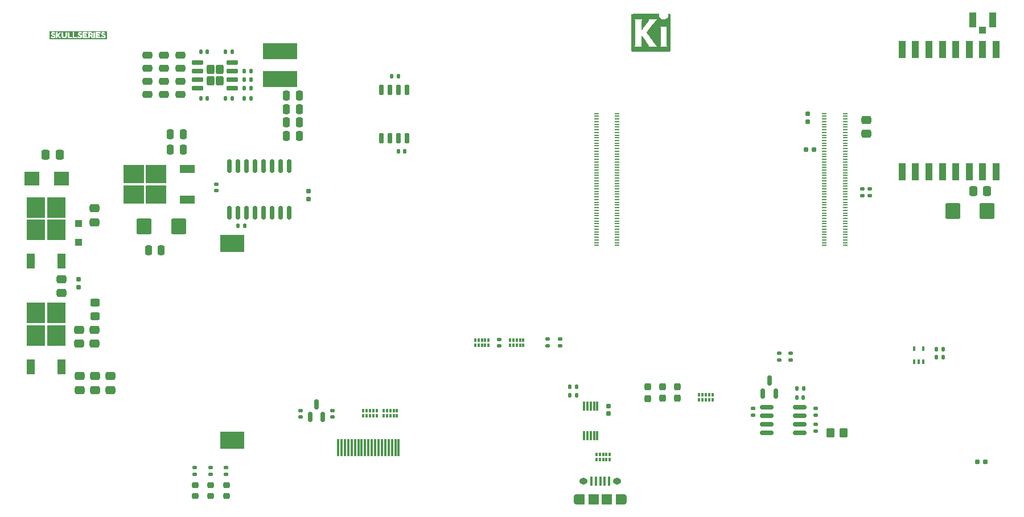
<source format=gtp>
G04 #@! TF.GenerationSoftware,KiCad,Pcbnew,(5.99.0-10527-gaaffd0c137)*
G04 #@! TF.CreationDate,2021-08-05T17:11:32-04:00*
G04 #@! TF.ProjectId,miBlackSVR,6d69426c-6163-46b5-9356-522e6b696361,rev?*
G04 #@! TF.SameCoordinates,Original*
G04 #@! TF.FileFunction,Paste,Top*
G04 #@! TF.FilePolarity,Positive*
%FSLAX46Y46*%
G04 Gerber Fmt 4.6, Leading zero omitted, Abs format (unit mm)*
G04 Created by KiCad (PCBNEW (5.99.0-10527-gaaffd0c137)) date 2021-08-05 17:11:32*
%MOMM*%
%LPD*%
G01*
G04 APERTURE LIST*
G04 Aperture macros list*
%AMRoundRect*
0 Rectangle with rounded corners*
0 $1 Rounding radius*
0 $2 $3 $4 $5 $6 $7 $8 $9 X,Y pos of 4 corners*
0 Add a 4 corners polygon primitive as box body*
4,1,4,$2,$3,$4,$5,$6,$7,$8,$9,$2,$3,0*
0 Add four circle primitives for the rounded corners*
1,1,$1+$1,$2,$3*
1,1,$1+$1,$4,$5*
1,1,$1+$1,$6,$7*
1,1,$1+$1,$8,$9*
0 Add four rect primitives between the rounded corners*
20,1,$1+$1,$2,$3,$4,$5,0*
20,1,$1+$1,$4,$5,$6,$7,0*
20,1,$1+$1,$6,$7,$8,$9,0*
20,1,$1+$1,$8,$9,$2,$3,0*%
G04 Aperture macros list end*
%ADD10C,0.010000*%
%ADD11RoundRect,0.135000X-0.185000X0.135000X-0.185000X-0.135000X0.185000X-0.135000X0.185000X0.135000X0*%
%ADD12RoundRect,0.249600X0.350400X0.450400X-0.350400X0.450400X-0.350400X-0.450400X0.350400X-0.450400X0*%
%ADD13R,0.300000X0.550000*%
%ADD14R,0.400000X0.550000*%
%ADD15RoundRect,0.135000X0.185000X-0.135000X0.185000X0.135000X-0.185000X0.135000X-0.185000X-0.135000X0*%
%ADD16RoundRect,0.150000X0.150000X-0.650000X0.150000X0.650000X-0.150000X0.650000X-0.150000X-0.650000X0*%
%ADD17RoundRect,0.160000X-0.197500X-0.160000X0.197500X-0.160000X0.197500X0.160000X-0.197500X0.160000X0*%
%ADD18RoundRect,0.135000X0.135000X0.185000X-0.135000X0.185000X-0.135000X-0.185000X0.135000X-0.185000X0*%
%ADD19R,2.750000X3.050000*%
%ADD20R,1.200000X2.200000*%
%ADD21RoundRect,0.250000X-0.475000X0.250000X-0.475000X-0.250000X0.475000X-0.250000X0.475000X0.250000X0*%
%ADD22RoundRect,0.150000X0.150000X-0.587500X0.150000X0.587500X-0.150000X0.587500X-0.150000X-0.587500X0*%
%ADD23RoundRect,0.250275X0.474725X-0.337225X0.474725X0.337225X-0.474725X0.337225X-0.474725X-0.337225X0*%
%ADD24RoundRect,0.250000X0.475000X-0.337500X0.475000X0.337500X-0.475000X0.337500X-0.475000X-0.337500X0*%
%ADD25RoundRect,0.140000X0.170000X-0.140000X0.170000X0.140000X-0.170000X0.140000X-0.170000X-0.140000X0*%
%ADD26RoundRect,0.160000X0.160000X-0.197500X0.160000X0.197500X-0.160000X0.197500X-0.160000X-0.197500X0*%
%ADD27RoundRect,0.135000X-0.135000X-0.185000X0.135000X-0.185000X0.135000X0.185000X-0.135000X0.185000X0*%
%ADD28R,1.100000X2.250000*%
%ADD29R,1.050000X1.100000*%
%ADD30R,2.180000X2.120000*%
%ADD31RoundRect,0.250275X-0.474725X0.337225X-0.474725X-0.337225X0.474725X-0.337225X0.474725X0.337225X0*%
%ADD32RoundRect,0.250000X-0.475000X0.337500X-0.475000X-0.337500X0.475000X-0.337500X0.475000X0.337500X0*%
%ADD33RoundRect,0.237500X0.237500X-0.300000X0.237500X0.300000X-0.237500X0.300000X-0.237500X-0.300000X0*%
%ADD34RoundRect,0.140000X0.140000X0.170000X-0.140000X0.170000X-0.140000X-0.170000X0.140000X-0.170000X0*%
%ADD35RoundRect,0.140000X-0.140000X-0.170000X0.140000X-0.170000X0.140000X0.170000X-0.140000X0.170000X0*%
%ADD36R,3.600000X2.600000*%
%ADD37R,3.050000X2.750000*%
%ADD38R,2.200000X1.200000*%
%ADD39RoundRect,0.250000X-0.250000X-0.475000X0.250000X-0.475000X0.250000X0.475000X-0.250000X0.475000X0*%
%ADD40RoundRect,0.250000X0.875000X0.925000X-0.875000X0.925000X-0.875000X-0.925000X0.875000X-0.925000X0*%
%ADD41R,0.300000X1.400000*%
%ADD42RoundRect,0.250000X0.475000X-0.250000X0.475000X0.250000X-0.475000X0.250000X-0.475000X-0.250000X0*%
%ADD43RoundRect,0.250275X0.337225X0.474725X-0.337225X0.474725X-0.337225X-0.474725X0.337225X-0.474725X0*%
%ADD44RoundRect,0.250000X0.337500X0.475000X-0.337500X0.475000X-0.337500X-0.475000X0.337500X-0.475000X0*%
%ADD45RoundRect,0.160000X-0.160000X0.197500X-0.160000X-0.197500X0.160000X-0.197500X0.160000X0.197500X0*%
%ADD46RoundRect,0.250000X-0.875000X-0.925000X0.875000X-0.925000X0.875000X0.925000X-0.875000X0.925000X0*%
%ADD47RoundRect,0.250000X-0.315000X-0.460000X0.315000X-0.460000X0.315000X0.460000X-0.315000X0.460000X0*%
%ADD48RoundRect,0.150000X-0.737500X-0.150000X0.737500X-0.150000X0.737500X0.150000X-0.737500X0.150000X0*%
%ADD49RoundRect,0.150000X0.150000X-0.837500X0.150000X0.837500X-0.150000X0.837500X-0.150000X-0.837500X0*%
%ADD50R,5.100000X2.350000*%
%ADD51R,1.100000X1.100000*%
%ADD52RoundRect,0.250000X0.450000X-0.325000X0.450000X0.325000X-0.450000X0.325000X-0.450000X-0.325000X0*%
%ADD53RoundRect,0.249550X0.450450X-0.325450X0.450450X0.325450X-0.450450X0.325450X-0.450450X-0.325450X0*%
%ADD54RoundRect,0.218750X0.256250X-0.218750X0.256250X0.218750X-0.256250X0.218750X-0.256250X-0.218750X0*%
%ADD55RoundRect,0.150000X-0.825000X-0.150000X0.825000X-0.150000X0.825000X0.150000X-0.825000X0.150000X0*%
%ADD56O,0.890000X1.550000*%
%ADD57O,1.250000X0.950000*%
%ADD58R,0.400000X1.350000*%
%ADD59R,1.500000X1.550000*%
%ADD60R,1.200000X1.550000*%
%ADD61RoundRect,0.250000X0.250000X0.475000X-0.250000X0.475000X-0.250000X-0.475000X0.250000X-0.475000X0*%
%ADD62R,0.300000X2.600000*%
%ADD63RoundRect,0.237500X-0.237500X0.287500X-0.237500X-0.287500X0.237500X-0.287500X0.237500X0.287500X0*%
%ADD64RoundRect,0.155000X0.155000X-0.212500X0.155000X0.212500X-0.155000X0.212500X-0.155000X-0.212500X0*%
%ADD65R,0.700000X0.200000*%
%ADD66R,0.400000X0.650000*%
%ADD67R,1.000000X2.500000*%
G04 APERTURE END LIST*
D10*
X167714345Y-55021293D02*
X167978868Y-55021329D01*
X167978868Y-55021329D02*
X168102000Y-55021334D01*
X168102000Y-55021334D02*
X170072899Y-55021334D01*
X170072899Y-55021334D02*
X170072899Y-55137514D01*
X170072899Y-55137514D02*
X170085299Y-55278895D01*
X170085299Y-55278895D02*
X170122724Y-55409288D01*
X170122724Y-55409288D02*
X170185511Y-55529466D01*
X170185511Y-55529466D02*
X170273994Y-55640206D01*
X170273994Y-55640206D02*
X170303931Y-55670115D01*
X170303931Y-55670115D02*
X170411622Y-55754952D01*
X170411622Y-55754952D02*
X170530363Y-55816825D01*
X170530363Y-55816825D02*
X170656628Y-55855763D01*
X170656628Y-55855763D02*
X170786891Y-55871794D01*
X170786891Y-55871794D02*
X170917623Y-55864946D01*
X170917623Y-55864946D02*
X171045300Y-55835247D01*
X171045300Y-55835247D02*
X171166393Y-55782724D01*
X171166393Y-55782724D02*
X171277376Y-55707407D01*
X171277376Y-55707407D02*
X171327220Y-55661967D01*
X171327220Y-55661967D02*
X171420105Y-55550556D01*
X171420105Y-55550556D02*
X171488215Y-55428039D01*
X171488215Y-55428039D02*
X171530959Y-55295819D01*
X171530959Y-55295819D02*
X171547741Y-55155296D01*
X171547741Y-55155296D02*
X171547964Y-55141471D01*
X171547964Y-55141471D02*
X171548844Y-55021338D01*
X171548844Y-55021338D02*
X171601645Y-55021336D01*
X171601645Y-55021336D02*
X171648484Y-55027693D01*
X171648484Y-55027693D02*
X171691271Y-55043160D01*
X171691271Y-55043160D02*
X171694099Y-55044758D01*
X171694099Y-55044758D02*
X171703763Y-55049772D01*
X171703763Y-55049772D02*
X171712637Y-55053677D01*
X171712637Y-55053677D02*
X171720753Y-55057611D01*
X171720753Y-55057611D02*
X171728145Y-55062710D01*
X171728145Y-55062710D02*
X171734843Y-55070112D01*
X171734843Y-55070112D02*
X171740880Y-55080955D01*
X171740880Y-55080955D02*
X171746287Y-55096376D01*
X171746287Y-55096376D02*
X171751098Y-55117513D01*
X171751098Y-55117513D02*
X171755343Y-55145503D01*
X171755343Y-55145503D02*
X171759056Y-55181483D01*
X171759056Y-55181483D02*
X171762267Y-55226591D01*
X171762267Y-55226591D02*
X171765010Y-55281964D01*
X171765010Y-55281964D02*
X171767316Y-55348741D01*
X171767316Y-55348741D02*
X171769217Y-55428057D01*
X171769217Y-55428057D02*
X171770746Y-55521051D01*
X171770746Y-55521051D02*
X171771934Y-55628861D01*
X171771934Y-55628861D02*
X171772814Y-55752623D01*
X171772814Y-55752623D02*
X171773418Y-55893475D01*
X171773418Y-55893475D02*
X171773777Y-56052554D01*
X171773777Y-56052554D02*
X171773923Y-56230999D01*
X171773923Y-56230999D02*
X171773890Y-56429946D01*
X171773890Y-56429946D02*
X171773708Y-56650533D01*
X171773708Y-56650533D02*
X171773411Y-56893897D01*
X171773411Y-56893897D02*
X171773029Y-57161176D01*
X171773029Y-57161176D02*
X171772596Y-57453507D01*
X171772596Y-57453507D02*
X171772143Y-57772028D01*
X171772143Y-57772028D02*
X171772090Y-57810834D01*
X171772090Y-57810834D02*
X171771684Y-58131386D01*
X171771684Y-58131386D02*
X171771339Y-58425616D01*
X171771339Y-58425616D02*
X171771019Y-58694660D01*
X171771019Y-58694660D02*
X171770688Y-58939656D01*
X171770688Y-58939656D02*
X171770309Y-59161741D01*
X171770309Y-59161741D02*
X171769845Y-59362051D01*
X171769845Y-59362051D02*
X171769260Y-59541723D01*
X171769260Y-59541723D02*
X171768518Y-59701894D01*
X171768518Y-59701894D02*
X171767582Y-59843702D01*
X171767582Y-59843702D02*
X171766415Y-59968283D01*
X171766415Y-59968283D02*
X171764981Y-60076774D01*
X171764981Y-60076774D02*
X171763244Y-60170311D01*
X171763244Y-60170311D02*
X171761166Y-60250033D01*
X171761166Y-60250033D02*
X171758712Y-60317076D01*
X171758712Y-60317076D02*
X171755844Y-60372577D01*
X171755844Y-60372577D02*
X171752527Y-60417672D01*
X171752527Y-60417672D02*
X171748724Y-60453499D01*
X171748724Y-60453499D02*
X171744398Y-60481195D01*
X171744398Y-60481195D02*
X171739513Y-60501897D01*
X171739513Y-60501897D02*
X171734033Y-60516741D01*
X171734033Y-60516741D02*
X171727920Y-60526864D01*
X171727920Y-60526864D02*
X171721138Y-60533404D01*
X171721138Y-60533404D02*
X171713651Y-60537497D01*
X171713651Y-60537497D02*
X171705422Y-60540280D01*
X171705422Y-60540280D02*
X171696415Y-60542891D01*
X171696415Y-60542891D02*
X171686593Y-60546466D01*
X171686593Y-60546466D02*
X171684194Y-60547554D01*
X171684194Y-60547554D02*
X171676653Y-60550000D01*
X171676653Y-60550000D02*
X171664032Y-60552246D01*
X171664032Y-60552246D02*
X171645229Y-60554302D01*
X171645229Y-60554302D02*
X171619141Y-60556176D01*
X171619141Y-60556176D02*
X171584666Y-60557875D01*
X171584666Y-60557875D02*
X171540703Y-60559407D01*
X171540703Y-60559407D02*
X171486149Y-60560781D01*
X171486149Y-60560781D02*
X171419903Y-60562004D01*
X171419903Y-60562004D02*
X171340862Y-60563085D01*
X171340862Y-60563085D02*
X171247925Y-60564031D01*
X171247925Y-60564031D02*
X171139989Y-60564851D01*
X171139989Y-60564851D02*
X171015952Y-60565551D01*
X171015952Y-60565551D02*
X170874712Y-60566142D01*
X170874712Y-60566142D02*
X170715167Y-60566629D01*
X170715167Y-60566629D02*
X170536216Y-60567023D01*
X170536216Y-60567023D02*
X170336756Y-60567329D01*
X170336756Y-60567329D02*
X170115684Y-60567557D01*
X170115684Y-60567557D02*
X169871900Y-60567714D01*
X169871900Y-60567714D02*
X169604301Y-60567809D01*
X169604301Y-60567809D02*
X169311785Y-60567849D01*
X169311785Y-60567849D02*
X168993249Y-60567842D01*
X168993249Y-60567842D02*
X168890067Y-60567832D01*
X168890067Y-60567832D02*
X168564465Y-60567780D01*
X168564465Y-60567780D02*
X168265207Y-60567695D01*
X168265207Y-60567695D02*
X167991179Y-60567567D01*
X167991179Y-60567567D02*
X167741264Y-60567389D01*
X167741264Y-60567389D02*
X167514348Y-60567152D01*
X167514348Y-60567152D02*
X167309315Y-60566846D01*
X167309315Y-60566846D02*
X167125050Y-60566464D01*
X167125050Y-60566464D02*
X166960438Y-60565996D01*
X166960438Y-60565996D02*
X166814363Y-60565434D01*
X166814363Y-60565434D02*
X166685712Y-60564769D01*
X166685712Y-60564769D02*
X166573367Y-60563992D01*
X166573367Y-60563992D02*
X166476214Y-60563095D01*
X166476214Y-60563095D02*
X166393138Y-60562069D01*
X166393138Y-60562069D02*
X166323024Y-60560905D01*
X166323024Y-60560905D02*
X166264756Y-60559595D01*
X166264756Y-60559595D02*
X166217219Y-60558129D01*
X166217219Y-60558129D02*
X166179298Y-60556500D01*
X166179298Y-60556500D02*
X166149878Y-60554697D01*
X166149878Y-60554697D02*
X166127843Y-60552714D01*
X166127843Y-60552714D02*
X166112078Y-60550540D01*
X166112078Y-60550540D02*
X166101468Y-60548167D01*
X166101468Y-60548167D02*
X166095684Y-60545995D01*
X166095684Y-60545995D02*
X166085404Y-60541660D01*
X166085404Y-60541660D02*
X166075966Y-60538463D01*
X166075966Y-60538463D02*
X166067333Y-60535269D01*
X166067333Y-60535269D02*
X166059469Y-60530942D01*
X166059469Y-60530942D02*
X166052340Y-60524348D01*
X166052340Y-60524348D02*
X166045909Y-60514351D01*
X166045909Y-60514351D02*
X166040141Y-60499816D01*
X166040141Y-60499816D02*
X166034999Y-60479607D01*
X166034999Y-60479607D02*
X166030448Y-60452589D01*
X166030448Y-60452589D02*
X166026453Y-60417627D01*
X166026453Y-60417627D02*
X166022977Y-60373585D01*
X166022977Y-60373585D02*
X166019986Y-60319328D01*
X166019986Y-60319328D02*
X166017442Y-60253721D01*
X166017442Y-60253721D02*
X166015311Y-60175628D01*
X166015311Y-60175628D02*
X166013556Y-60083914D01*
X166013556Y-60083914D02*
X166012143Y-59977444D01*
X166012143Y-59977444D02*
X166011773Y-59936577D01*
X166011773Y-59936577D02*
X166378204Y-59936577D01*
X166378204Y-59936577D02*
X167673354Y-59936577D01*
X167673354Y-59936577D02*
X167648433Y-59898821D01*
X167648433Y-59898821D02*
X167623641Y-59860021D01*
X167623641Y-59860021D02*
X167602648Y-59823073D01*
X167602648Y-59823073D02*
X167585153Y-59785392D01*
X167585153Y-59785392D02*
X167570858Y-59744392D01*
X167570858Y-59744392D02*
X167559465Y-59697487D01*
X167559465Y-59697487D02*
X167550675Y-59642091D01*
X167550675Y-59642091D02*
X167544190Y-59575620D01*
X167544190Y-59575620D02*
X167539711Y-59495487D01*
X167539711Y-59495487D02*
X167536938Y-59399106D01*
X167536938Y-59399106D02*
X167535575Y-59283893D01*
X167535575Y-59283893D02*
X167535321Y-59147261D01*
X167535321Y-59147261D02*
X167535879Y-58986624D01*
X167535879Y-58986624D02*
X167536195Y-58926986D01*
X167536195Y-58926986D02*
X167539763Y-58287645D01*
X167539763Y-58287645D02*
X167944790Y-58839053D01*
X167944790Y-58839053D02*
X168059534Y-58995480D01*
X168059534Y-58995480D02*
X168158945Y-59131692D01*
X168158945Y-59131692D02*
X168244098Y-59249494D01*
X168244098Y-59249494D02*
X168316066Y-59350688D01*
X168316066Y-59350688D02*
X168375922Y-59437081D01*
X168375922Y-59437081D02*
X168424740Y-59510478D01*
X168424740Y-59510478D02*
X168463593Y-59572681D01*
X168463593Y-59572681D02*
X168493554Y-59625497D01*
X168493554Y-59625497D02*
X168515697Y-59670729D01*
X168515697Y-59670729D02*
X168531095Y-59710182D01*
X168531095Y-59710182D02*
X168540822Y-59745662D01*
X168540822Y-59745662D02*
X168545951Y-59778972D01*
X168545951Y-59778972D02*
X168547556Y-59811917D01*
X168547556Y-59811917D02*
X168546709Y-59846301D01*
X168546709Y-59846301D02*
X168546493Y-59850623D01*
X168546493Y-59850623D02*
X168542034Y-59936635D01*
X168542034Y-59936635D02*
X169961396Y-59936577D01*
X169961396Y-59936577D02*
X169855823Y-59830126D01*
X169855823Y-59830126D02*
X169827175Y-59801010D01*
X169827175Y-59801010D02*
X169799998Y-59772680D01*
X169799998Y-59772680D02*
X169773099Y-59743572D01*
X169773099Y-59743572D02*
X169745285Y-59712124D01*
X169745285Y-59712124D02*
X169715363Y-59676773D01*
X169715363Y-59676773D02*
X169682142Y-59635958D01*
X169682142Y-59635958D02*
X169644427Y-59588115D01*
X169644427Y-59588115D02*
X169601028Y-59531683D01*
X169601028Y-59531683D02*
X169550750Y-59465098D01*
X169550750Y-59465098D02*
X169492400Y-59386799D01*
X169492400Y-59386799D02*
X169424788Y-59295223D01*
X169424788Y-59295223D02*
X169346719Y-59188808D01*
X169346719Y-59188808D02*
X169257000Y-59065991D01*
X169257000Y-59065991D02*
X169154440Y-58925209D01*
X169154440Y-58925209D02*
X169037846Y-58764901D01*
X169037846Y-58764901D02*
X168942279Y-58633402D01*
X168942279Y-58633402D02*
X168822339Y-58468200D01*
X168822339Y-58468200D02*
X168717708Y-58323756D01*
X168717708Y-58323756D02*
X168627440Y-58198698D01*
X168627440Y-58198698D02*
X168550585Y-58091656D01*
X168550585Y-58091656D02*
X168486197Y-58001258D01*
X168486197Y-58001258D02*
X168433327Y-57926133D01*
X168433327Y-57926133D02*
X168391028Y-57864908D01*
X168391028Y-57864908D02*
X168358352Y-57816214D01*
X168358352Y-57816214D02*
X168334350Y-57778678D01*
X168334350Y-57778678D02*
X168318075Y-57750929D01*
X168318075Y-57750929D02*
X168308580Y-57731596D01*
X168308580Y-57731596D02*
X168304915Y-57719307D01*
X168304915Y-57719307D02*
X168306017Y-57712846D01*
X168306017Y-57712846D02*
X168319364Y-57695652D01*
X168319364Y-57695652D02*
X168348222Y-57659259D01*
X168348222Y-57659259D02*
X168390848Y-57605828D01*
X168390848Y-57605828D02*
X168445503Y-57537523D01*
X168445503Y-57537523D02*
X168510444Y-57456507D01*
X168510444Y-57456507D02*
X168583930Y-57364944D01*
X168583930Y-57364944D02*
X168664220Y-57264996D01*
X168664220Y-57264996D02*
X168749573Y-57158828D01*
X168749573Y-57158828D02*
X168838248Y-57048601D01*
X168838248Y-57048601D02*
X168928502Y-56936480D01*
X168928502Y-56936480D02*
X168978144Y-56874848D01*
X168978144Y-56874848D02*
X170210715Y-56874848D01*
X170210715Y-56874848D02*
X170261942Y-56967523D01*
X170261942Y-56967523D02*
X170313169Y-57060199D01*
X170313169Y-57060199D02*
X170313169Y-59751226D01*
X170313169Y-59751226D02*
X170261942Y-59843902D01*
X170261942Y-59843902D02*
X170210715Y-59936577D01*
X170210715Y-59936577D02*
X170816692Y-59936577D01*
X170816692Y-59936577D02*
X170961354Y-59936535D01*
X170961354Y-59936535D02*
X171080844Y-59936345D01*
X171080844Y-59936345D02*
X171177446Y-59935912D01*
X171177446Y-59935912D02*
X171253446Y-59935140D01*
X171253446Y-59935140D02*
X171311131Y-59933934D01*
X171311131Y-59933934D02*
X171352787Y-59932198D01*
X171352787Y-59932198D02*
X171380699Y-59929836D01*
X171380699Y-59929836D02*
X171397153Y-59926754D01*
X171397153Y-59926754D02*
X171404436Y-59922855D01*
X171404436Y-59922855D02*
X171404833Y-59918044D01*
X171404833Y-59918044D02*
X171400630Y-59912226D01*
X171400630Y-59912226D02*
X171400587Y-59912178D01*
X171400587Y-59912178D02*
X171383275Y-59887136D01*
X171383275Y-59887136D02*
X171360352Y-59846419D01*
X171360352Y-59846419D02*
X171340107Y-59805772D01*
X171340107Y-59805772D02*
X171301709Y-59723766D01*
X171301709Y-59723766D02*
X171293877Y-56874848D01*
X171293877Y-56874848D02*
X170210715Y-56874848D01*
X170210715Y-56874848D02*
X168978144Y-56874848D01*
X168978144Y-56874848D02*
X169018595Y-56824628D01*
X169018595Y-56824628D02*
X169106786Y-56715208D01*
X169106786Y-56715208D02*
X169191334Y-56610382D01*
X169191334Y-56610382D02*
X169270496Y-56512315D01*
X169270496Y-56512315D02*
X169342532Y-56423170D01*
X169342532Y-56423170D02*
X169405701Y-56345109D01*
X169405701Y-56345109D02*
X169458261Y-56280296D01*
X169458261Y-56280296D02*
X169498471Y-56230894D01*
X169498471Y-56230894D02*
X169522088Y-56202091D01*
X169522088Y-56202091D02*
X169613798Y-56094382D01*
X169613798Y-56094382D02*
X169702028Y-55997184D01*
X169702028Y-55997184D02*
X169783685Y-55913680D01*
X169783685Y-55913680D02*
X169855678Y-55847052D01*
X169855678Y-55847052D02*
X169906769Y-55806203D01*
X169906769Y-55806203D02*
X169967181Y-55762739D01*
X169967181Y-55762739D02*
X168577790Y-55762739D01*
X168577790Y-55762739D02*
X168578180Y-55844270D01*
X168578180Y-55844270D02*
X168574297Y-55904210D01*
X168574297Y-55904210D02*
X168559698Y-55959781D01*
X168559698Y-55959781D02*
X168537100Y-56012459D01*
X168537100Y-56012459D02*
X168522410Y-56042219D01*
X168522410Y-56042219D02*
X168506616Y-56071707D01*
X168506616Y-56071707D02*
X168488274Y-56102880D01*
X168488274Y-56102880D02*
X168465943Y-56137697D01*
X168465943Y-56137697D02*
X168438179Y-56178114D01*
X168438179Y-56178114D02*
X168403539Y-56226090D01*
X168403539Y-56226090D02*
X168360581Y-56283582D01*
X168360581Y-56283582D02*
X168307861Y-56352547D01*
X168307861Y-56352547D02*
X168243937Y-56434943D01*
X168243937Y-56434943D02*
X168167367Y-56532728D01*
X168167367Y-56532728D02*
X168076707Y-56647859D01*
X168076707Y-56647859D02*
X167970514Y-56782294D01*
X167970514Y-56782294D02*
X167958520Y-56797463D01*
X167958520Y-56797463D02*
X167539763Y-57327016D01*
X167539763Y-57327016D02*
X167535710Y-56740526D01*
X167535710Y-56740526D02*
X167534893Y-56564855D01*
X167534893Y-56564855D02*
X167535067Y-56416136D01*
X167535067Y-56416136D02*
X167536239Y-56293879D01*
X167536239Y-56293879D02*
X167538419Y-56197593D01*
X167538419Y-56197593D02*
X167541614Y-56126787D01*
X167541614Y-56126787D02*
X167545832Y-56080973D01*
X167545832Y-56080973D02*
X167547250Y-56072283D01*
X167547250Y-56072283D02*
X167569497Y-55980739D01*
X167569497Y-55980739D02*
X167598645Y-55898212D01*
X167598645Y-55898212D02*
X167631906Y-55831857D01*
X167631906Y-55831857D02*
X167651888Y-55803714D01*
X167651888Y-55803714D02*
X167686366Y-55762739D01*
X167686366Y-55762739D02*
X167032174Y-55762739D01*
X167032174Y-55762739D02*
X166876119Y-55762873D01*
X166876119Y-55762873D02*
X166745621Y-55763307D01*
X166745621Y-55763307D02*
X166638778Y-55764093D01*
X166638778Y-55764093D02*
X166553690Y-55765280D01*
X166553690Y-55765280D02*
X166488453Y-55766921D01*
X166488453Y-55766921D02*
X166441167Y-55769065D01*
X166441167Y-55769065D02*
X166409931Y-55771763D01*
X166409931Y-55771763D02*
X166392842Y-55775066D01*
X166392842Y-55775066D02*
X166388000Y-55779025D01*
X166388000Y-55779025D02*
X166388335Y-55779902D01*
X166388335Y-55779902D02*
X166402203Y-55800835D01*
X166402203Y-55800835D02*
X166425356Y-55834016D01*
X166425356Y-55834016D02*
X166437334Y-55850797D01*
X166437334Y-55850797D02*
X166449719Y-55867544D01*
X166449719Y-55867544D02*
X166460851Y-55882519D01*
X166460851Y-55882519D02*
X166470800Y-55897198D01*
X166470800Y-55897198D02*
X166479637Y-55913053D01*
X166479637Y-55913053D02*
X166487431Y-55931559D01*
X166487431Y-55931559D02*
X166494253Y-55954189D01*
X166494253Y-55954189D02*
X166500172Y-55982417D01*
X166500172Y-55982417D02*
X166505259Y-56017717D01*
X166505259Y-56017717D02*
X166509584Y-56061562D01*
X166509584Y-56061562D02*
X166513217Y-56115426D01*
X166513217Y-56115426D02*
X166516228Y-56180784D01*
X166516228Y-56180784D02*
X166518687Y-56259108D01*
X166518687Y-56259108D02*
X166520665Y-56351872D01*
X166520665Y-56351872D02*
X166522230Y-56460551D01*
X166522230Y-56460551D02*
X166523454Y-56586617D01*
X166523454Y-56586617D02*
X166524407Y-56731546D01*
X166524407Y-56731546D02*
X166525158Y-56896810D01*
X166525158Y-56896810D02*
X166525777Y-57083883D01*
X166525777Y-57083883D02*
X166526336Y-57294239D01*
X166526336Y-57294239D02*
X166526903Y-57529352D01*
X166526903Y-57529352D02*
X166527433Y-57745345D01*
X166527433Y-57745345D02*
X166527933Y-57986139D01*
X166527933Y-57986139D02*
X166528193Y-58215878D01*
X166528193Y-58215878D02*
X166528220Y-58433097D01*
X166528220Y-58433097D02*
X166528021Y-58636326D01*
X166528021Y-58636326D02*
X166527602Y-58824100D01*
X166527602Y-58824100D02*
X166526970Y-58994949D01*
X166526970Y-58994949D02*
X166526132Y-59147407D01*
X166526132Y-59147407D02*
X166525096Y-59280007D01*
X166525096Y-59280007D02*
X166523868Y-59391280D01*
X166523868Y-59391280D02*
X166522455Y-59479760D01*
X166522455Y-59479760D02*
X166520863Y-59543979D01*
X166520863Y-59543979D02*
X166519101Y-59582469D01*
X166519101Y-59582469D02*
X166518767Y-59586537D01*
X166518767Y-59586537D02*
X166506622Y-59679852D01*
X166506622Y-59679852D02*
X166487661Y-59754794D01*
X166487661Y-59754794D02*
X166458786Y-59820198D01*
X166458786Y-59820198D02*
X166416898Y-59884897D01*
X166416898Y-59884897D02*
X166411659Y-59891956D01*
X166411659Y-59891956D02*
X166378204Y-59936577D01*
X166378204Y-59936577D02*
X166011773Y-59936577D01*
X166011773Y-59936577D02*
X166011034Y-59855083D01*
X166011034Y-59855083D02*
X166010195Y-59715694D01*
X166010195Y-59715694D02*
X166009590Y-59558143D01*
X166009590Y-59558143D02*
X166009183Y-59381295D01*
X166009183Y-59381295D02*
X166008938Y-59184014D01*
X166008938Y-59184014D02*
X166008821Y-58965164D01*
X166008821Y-58965164D02*
X166008793Y-58723611D01*
X166008793Y-58723611D02*
X166008821Y-58458219D01*
X166008821Y-58458219D02*
X166008868Y-58167853D01*
X166008868Y-58167853D02*
X166008898Y-57851377D01*
X166008898Y-57851377D02*
X166008899Y-57788550D01*
X166008899Y-57788550D02*
X166008916Y-57468741D01*
X166008916Y-57468741D02*
X166008976Y-57175265D01*
X166008976Y-57175265D02*
X166009086Y-56906994D01*
X166009086Y-56906994D02*
X166009255Y-56662802D01*
X166009255Y-56662802D02*
X166009491Y-56441561D01*
X166009491Y-56441561D02*
X166009804Y-56242144D01*
X166009804Y-56242144D02*
X166010203Y-56063424D01*
X166010203Y-56063424D02*
X166010695Y-55904275D01*
X166010695Y-55904275D02*
X166011291Y-55763570D01*
X166011291Y-55763570D02*
X166011998Y-55640180D01*
X166011998Y-55640180D02*
X166012825Y-55532980D01*
X166012825Y-55532980D02*
X166013781Y-55440842D01*
X166013781Y-55440842D02*
X166014875Y-55362639D01*
X166014875Y-55362639D02*
X166016115Y-55297245D01*
X166016115Y-55297245D02*
X166017510Y-55243532D01*
X166017510Y-55243532D02*
X166019070Y-55200373D01*
X166019070Y-55200373D02*
X166020802Y-55166641D01*
X166020802Y-55166641D02*
X166022716Y-55141209D01*
X166022716Y-55141209D02*
X166024820Y-55122951D01*
X166024820Y-55122951D02*
X166027122Y-55110738D01*
X166027122Y-55110738D02*
X166029633Y-55103445D01*
X166029633Y-55103445D02*
X166029725Y-55103263D01*
X166029725Y-55103263D02*
X166034896Y-55092122D01*
X166034896Y-55092122D02*
X166039203Y-55082035D01*
X166039203Y-55082035D02*
X166043967Y-55072950D01*
X166043967Y-55072950D02*
X166050510Y-55064816D01*
X166050510Y-55064816D02*
X166060153Y-55057580D01*
X166060153Y-55057580D02*
X166074217Y-55051190D01*
X166074217Y-55051190D02*
X166094025Y-55045593D01*
X166094025Y-55045593D02*
X166120897Y-55040737D01*
X166120897Y-55040737D02*
X166156155Y-55036570D01*
X166156155Y-55036570D02*
X166201120Y-55033040D01*
X166201120Y-55033040D02*
X166257114Y-55030095D01*
X166257114Y-55030095D02*
X166325459Y-55027681D01*
X166325459Y-55027681D02*
X166407474Y-55025748D01*
X166407474Y-55025748D02*
X166504483Y-55024242D01*
X166504483Y-55024242D02*
X166617806Y-55023112D01*
X166617806Y-55023112D02*
X166748765Y-55022306D01*
X166748765Y-55022306D02*
X166898681Y-55021770D01*
X166898681Y-55021770D02*
X167068875Y-55021453D01*
X167068875Y-55021453D02*
X167260670Y-55021303D01*
X167260670Y-55021303D02*
X167475386Y-55021267D01*
X167475386Y-55021267D02*
X167714345Y-55021293D01*
X167714345Y-55021293D02*
X167714345Y-55021293D01*
G36*
X166010195Y-59715694D02*
G01*
X166009590Y-59558143D01*
X166009183Y-59381295D01*
X166008938Y-59184014D01*
X166008821Y-58965164D01*
X166008793Y-58723611D01*
X166008821Y-58458219D01*
X166008868Y-58167853D01*
X166008898Y-57851377D01*
X166008899Y-57788550D01*
X166008916Y-57468741D01*
X166008976Y-57175265D01*
X166009086Y-56906994D01*
X166009255Y-56662802D01*
X166009491Y-56441561D01*
X166009804Y-56242144D01*
X166010203Y-56063424D01*
X166010695Y-55904275D01*
X166011291Y-55763570D01*
X166011998Y-55640180D01*
X166012825Y-55532980D01*
X166013781Y-55440842D01*
X166014875Y-55362639D01*
X166016115Y-55297245D01*
X166017510Y-55243532D01*
X166019070Y-55200373D01*
X166020802Y-55166641D01*
X166022716Y-55141209D01*
X166024820Y-55122951D01*
X166027122Y-55110738D01*
X166029633Y-55103445D01*
X166029725Y-55103263D01*
X166034896Y-55092122D01*
X166039203Y-55082035D01*
X166043967Y-55072950D01*
X166050510Y-55064816D01*
X166060153Y-55057580D01*
X166074217Y-55051190D01*
X166094025Y-55045593D01*
X166120897Y-55040737D01*
X166156155Y-55036570D01*
X166201120Y-55033040D01*
X166257114Y-55030095D01*
X166325459Y-55027681D01*
X166407474Y-55025748D01*
X166504483Y-55024242D01*
X166617806Y-55023112D01*
X166748765Y-55022306D01*
X166898681Y-55021770D01*
X167068875Y-55021453D01*
X167260670Y-55021303D01*
X167475386Y-55021267D01*
X167714345Y-55021293D01*
X167978868Y-55021329D01*
X168102000Y-55021334D01*
X170072899Y-55021334D01*
X170072899Y-55137514D01*
X170085299Y-55278895D01*
X170122724Y-55409288D01*
X170185511Y-55529466D01*
X170273994Y-55640206D01*
X170303931Y-55670115D01*
X170411622Y-55754952D01*
X170530363Y-55816825D01*
X170656628Y-55855763D01*
X170786891Y-55871794D01*
X170917623Y-55864946D01*
X171045300Y-55835247D01*
X171166393Y-55782724D01*
X171277376Y-55707407D01*
X171327220Y-55661967D01*
X171420105Y-55550556D01*
X171488215Y-55428039D01*
X171530959Y-55295819D01*
X171547741Y-55155296D01*
X171547964Y-55141471D01*
X171548844Y-55021338D01*
X171601645Y-55021336D01*
X171648484Y-55027693D01*
X171691271Y-55043160D01*
X171694099Y-55044758D01*
X171703763Y-55049772D01*
X171712637Y-55053677D01*
X171720753Y-55057611D01*
X171728145Y-55062710D01*
X171734843Y-55070112D01*
X171740880Y-55080955D01*
X171746287Y-55096376D01*
X171751098Y-55117513D01*
X171755343Y-55145503D01*
X171759056Y-55181483D01*
X171762267Y-55226591D01*
X171765010Y-55281964D01*
X171767316Y-55348741D01*
X171769217Y-55428057D01*
X171770746Y-55521051D01*
X171771934Y-55628861D01*
X171772814Y-55752623D01*
X171773418Y-55893475D01*
X171773777Y-56052554D01*
X171773923Y-56230999D01*
X171773890Y-56429946D01*
X171773708Y-56650533D01*
X171773411Y-56893897D01*
X171773029Y-57161176D01*
X171772596Y-57453507D01*
X171772143Y-57772028D01*
X171772090Y-57810834D01*
X171771684Y-58131386D01*
X171771339Y-58425616D01*
X171771019Y-58694660D01*
X171770688Y-58939656D01*
X171770309Y-59161741D01*
X171769845Y-59362051D01*
X171769260Y-59541723D01*
X171768518Y-59701894D01*
X171767582Y-59843702D01*
X171766415Y-59968283D01*
X171764981Y-60076774D01*
X171763244Y-60170311D01*
X171761166Y-60250033D01*
X171758712Y-60317076D01*
X171755844Y-60372577D01*
X171752527Y-60417672D01*
X171748724Y-60453499D01*
X171744398Y-60481195D01*
X171739513Y-60501897D01*
X171734033Y-60516741D01*
X171727920Y-60526864D01*
X171721138Y-60533404D01*
X171713651Y-60537497D01*
X171705422Y-60540280D01*
X171696415Y-60542891D01*
X171686593Y-60546466D01*
X171684194Y-60547554D01*
X171676653Y-60550000D01*
X171664032Y-60552246D01*
X171645229Y-60554302D01*
X171619141Y-60556176D01*
X171584666Y-60557875D01*
X171540703Y-60559407D01*
X171486149Y-60560781D01*
X171419903Y-60562004D01*
X171340862Y-60563085D01*
X171247925Y-60564031D01*
X171139989Y-60564851D01*
X171015952Y-60565551D01*
X170874712Y-60566142D01*
X170715167Y-60566629D01*
X170536216Y-60567023D01*
X170336756Y-60567329D01*
X170115684Y-60567557D01*
X169871900Y-60567714D01*
X169604301Y-60567809D01*
X169311785Y-60567849D01*
X168993249Y-60567842D01*
X168890067Y-60567832D01*
X168564465Y-60567780D01*
X168265207Y-60567695D01*
X167991179Y-60567567D01*
X167741264Y-60567389D01*
X167514348Y-60567152D01*
X167309315Y-60566846D01*
X167125050Y-60566464D01*
X166960438Y-60565996D01*
X166814363Y-60565434D01*
X166685712Y-60564769D01*
X166573367Y-60563992D01*
X166476214Y-60563095D01*
X166393138Y-60562069D01*
X166323024Y-60560905D01*
X166264756Y-60559595D01*
X166217219Y-60558129D01*
X166179298Y-60556500D01*
X166149878Y-60554697D01*
X166127843Y-60552714D01*
X166112078Y-60550540D01*
X166101468Y-60548167D01*
X166095684Y-60545995D01*
X166085404Y-60541660D01*
X166075966Y-60538463D01*
X166067333Y-60535269D01*
X166059469Y-60530942D01*
X166052340Y-60524348D01*
X166045909Y-60514351D01*
X166040141Y-60499816D01*
X166034999Y-60479607D01*
X166030448Y-60452589D01*
X166026453Y-60417627D01*
X166022977Y-60373585D01*
X166019986Y-60319328D01*
X166017442Y-60253721D01*
X166015311Y-60175628D01*
X166013556Y-60083914D01*
X166012143Y-59977444D01*
X166011773Y-59936577D01*
X166378204Y-59936577D01*
X167673354Y-59936577D01*
X167648433Y-59898821D01*
X167623641Y-59860021D01*
X167602648Y-59823073D01*
X167585153Y-59785392D01*
X167570858Y-59744392D01*
X167559465Y-59697487D01*
X167550675Y-59642091D01*
X167544190Y-59575620D01*
X167539711Y-59495487D01*
X167536938Y-59399106D01*
X167535575Y-59283893D01*
X167535321Y-59147261D01*
X167535879Y-58986624D01*
X167536195Y-58926986D01*
X167539763Y-58287645D01*
X167944790Y-58839053D01*
X168059534Y-58995480D01*
X168158945Y-59131692D01*
X168244098Y-59249494D01*
X168316066Y-59350688D01*
X168375922Y-59437081D01*
X168424740Y-59510478D01*
X168463593Y-59572681D01*
X168493554Y-59625497D01*
X168515697Y-59670729D01*
X168531095Y-59710182D01*
X168540822Y-59745662D01*
X168545951Y-59778972D01*
X168547556Y-59811917D01*
X168546709Y-59846301D01*
X168546493Y-59850623D01*
X168542034Y-59936635D01*
X169961396Y-59936577D01*
X170210715Y-59936577D01*
X170816692Y-59936577D01*
X170961354Y-59936535D01*
X171080844Y-59936345D01*
X171177446Y-59935912D01*
X171253446Y-59935140D01*
X171311131Y-59933934D01*
X171352787Y-59932198D01*
X171380699Y-59929836D01*
X171397153Y-59926754D01*
X171404436Y-59922855D01*
X171404833Y-59918044D01*
X171400630Y-59912226D01*
X171400587Y-59912178D01*
X171383275Y-59887136D01*
X171360352Y-59846419D01*
X171340107Y-59805772D01*
X171301709Y-59723766D01*
X171293877Y-56874848D01*
X170210715Y-56874848D01*
X170261942Y-56967523D01*
X170313169Y-57060199D01*
X170313169Y-59751226D01*
X170261942Y-59843902D01*
X170210715Y-59936577D01*
X169961396Y-59936577D01*
X169855823Y-59830126D01*
X169827175Y-59801010D01*
X169799998Y-59772680D01*
X169773099Y-59743572D01*
X169745285Y-59712124D01*
X169715363Y-59676773D01*
X169682142Y-59635958D01*
X169644427Y-59588115D01*
X169601028Y-59531683D01*
X169550750Y-59465098D01*
X169492400Y-59386799D01*
X169424788Y-59295223D01*
X169346719Y-59188808D01*
X169257000Y-59065991D01*
X169154440Y-58925209D01*
X169037846Y-58764901D01*
X168942279Y-58633402D01*
X168822339Y-58468200D01*
X168717708Y-58323756D01*
X168627440Y-58198698D01*
X168550585Y-58091656D01*
X168486197Y-58001258D01*
X168433327Y-57926133D01*
X168391028Y-57864908D01*
X168358352Y-57816214D01*
X168334350Y-57778678D01*
X168318075Y-57750929D01*
X168308580Y-57731596D01*
X168304915Y-57719307D01*
X168306017Y-57712846D01*
X168319364Y-57695652D01*
X168348222Y-57659259D01*
X168390848Y-57605828D01*
X168445503Y-57537523D01*
X168510444Y-57456507D01*
X168583930Y-57364944D01*
X168664220Y-57264996D01*
X168749573Y-57158828D01*
X168838248Y-57048601D01*
X168928502Y-56936480D01*
X168978144Y-56874848D01*
X169018595Y-56824628D01*
X169106786Y-56715208D01*
X169191334Y-56610382D01*
X169270496Y-56512315D01*
X169342532Y-56423170D01*
X169405701Y-56345109D01*
X169458261Y-56280296D01*
X169498471Y-56230894D01*
X169522088Y-56202091D01*
X169613798Y-56094382D01*
X169702028Y-55997184D01*
X169783685Y-55913680D01*
X169855678Y-55847052D01*
X169906769Y-55806203D01*
X169967181Y-55762739D01*
X168577790Y-55762739D01*
X168578180Y-55844270D01*
X168574297Y-55904210D01*
X168559698Y-55959781D01*
X168537100Y-56012459D01*
X168522410Y-56042219D01*
X168506616Y-56071707D01*
X168488274Y-56102880D01*
X168465943Y-56137697D01*
X168438179Y-56178114D01*
X168403539Y-56226090D01*
X168360581Y-56283582D01*
X168307861Y-56352547D01*
X168243937Y-56434943D01*
X168167367Y-56532728D01*
X168076707Y-56647859D01*
X167970514Y-56782294D01*
X167958520Y-56797463D01*
X167539763Y-57327016D01*
X167535710Y-56740526D01*
X167534893Y-56564855D01*
X167535067Y-56416136D01*
X167536239Y-56293879D01*
X167538419Y-56197593D01*
X167541614Y-56126787D01*
X167545832Y-56080973D01*
X167547250Y-56072283D01*
X167569497Y-55980739D01*
X167598645Y-55898212D01*
X167631906Y-55831857D01*
X167651888Y-55803714D01*
X167686366Y-55762739D01*
X167032174Y-55762739D01*
X166876119Y-55762873D01*
X166745621Y-55763307D01*
X166638778Y-55764093D01*
X166553690Y-55765280D01*
X166488453Y-55766921D01*
X166441167Y-55769065D01*
X166409931Y-55771763D01*
X166392842Y-55775066D01*
X166388000Y-55779025D01*
X166388335Y-55779902D01*
X166402203Y-55800835D01*
X166425356Y-55834016D01*
X166437334Y-55850797D01*
X166449719Y-55867544D01*
X166460851Y-55882519D01*
X166470800Y-55897198D01*
X166479637Y-55913053D01*
X166487431Y-55931559D01*
X166494253Y-55954189D01*
X166500172Y-55982417D01*
X166505259Y-56017717D01*
X166509584Y-56061562D01*
X166513217Y-56115426D01*
X166516228Y-56180784D01*
X166518687Y-56259108D01*
X166520665Y-56351872D01*
X166522230Y-56460551D01*
X166523454Y-56586617D01*
X166524407Y-56731546D01*
X166525158Y-56896810D01*
X166525777Y-57083883D01*
X166526336Y-57294239D01*
X166526903Y-57529352D01*
X166527433Y-57745345D01*
X166527933Y-57986139D01*
X166528193Y-58215878D01*
X166528220Y-58433097D01*
X166528021Y-58636326D01*
X166527602Y-58824100D01*
X166526970Y-58994949D01*
X166526132Y-59147407D01*
X166525096Y-59280007D01*
X166523868Y-59391280D01*
X166522455Y-59479760D01*
X166520863Y-59543979D01*
X166519101Y-59582469D01*
X166518767Y-59586537D01*
X166506622Y-59679852D01*
X166487661Y-59754794D01*
X166458786Y-59820198D01*
X166416898Y-59884897D01*
X166411659Y-59891956D01*
X166378204Y-59936577D01*
X166011773Y-59936577D01*
X166011034Y-59855083D01*
X166010195Y-59715694D01*
G37*
X166010195Y-59715694D02*
X166009590Y-59558143D01*
X166009183Y-59381295D01*
X166008938Y-59184014D01*
X166008821Y-58965164D01*
X166008793Y-58723611D01*
X166008821Y-58458219D01*
X166008868Y-58167853D01*
X166008898Y-57851377D01*
X166008899Y-57788550D01*
X166008916Y-57468741D01*
X166008976Y-57175265D01*
X166009086Y-56906994D01*
X166009255Y-56662802D01*
X166009491Y-56441561D01*
X166009804Y-56242144D01*
X166010203Y-56063424D01*
X166010695Y-55904275D01*
X166011291Y-55763570D01*
X166011998Y-55640180D01*
X166012825Y-55532980D01*
X166013781Y-55440842D01*
X166014875Y-55362639D01*
X166016115Y-55297245D01*
X166017510Y-55243532D01*
X166019070Y-55200373D01*
X166020802Y-55166641D01*
X166022716Y-55141209D01*
X166024820Y-55122951D01*
X166027122Y-55110738D01*
X166029633Y-55103445D01*
X166029725Y-55103263D01*
X166034896Y-55092122D01*
X166039203Y-55082035D01*
X166043967Y-55072950D01*
X166050510Y-55064816D01*
X166060153Y-55057580D01*
X166074217Y-55051190D01*
X166094025Y-55045593D01*
X166120897Y-55040737D01*
X166156155Y-55036570D01*
X166201120Y-55033040D01*
X166257114Y-55030095D01*
X166325459Y-55027681D01*
X166407474Y-55025748D01*
X166504483Y-55024242D01*
X166617806Y-55023112D01*
X166748765Y-55022306D01*
X166898681Y-55021770D01*
X167068875Y-55021453D01*
X167260670Y-55021303D01*
X167475386Y-55021267D01*
X167714345Y-55021293D01*
X167978868Y-55021329D01*
X168102000Y-55021334D01*
X170072899Y-55021334D01*
X170072899Y-55137514D01*
X170085299Y-55278895D01*
X170122724Y-55409288D01*
X170185511Y-55529466D01*
X170273994Y-55640206D01*
X170303931Y-55670115D01*
X170411622Y-55754952D01*
X170530363Y-55816825D01*
X170656628Y-55855763D01*
X170786891Y-55871794D01*
X170917623Y-55864946D01*
X171045300Y-55835247D01*
X171166393Y-55782724D01*
X171277376Y-55707407D01*
X171327220Y-55661967D01*
X171420105Y-55550556D01*
X171488215Y-55428039D01*
X171530959Y-55295819D01*
X171547741Y-55155296D01*
X171547964Y-55141471D01*
X171548844Y-55021338D01*
X171601645Y-55021336D01*
X171648484Y-55027693D01*
X171691271Y-55043160D01*
X171694099Y-55044758D01*
X171703763Y-55049772D01*
X171712637Y-55053677D01*
X171720753Y-55057611D01*
X171728145Y-55062710D01*
X171734843Y-55070112D01*
X171740880Y-55080955D01*
X171746287Y-55096376D01*
X171751098Y-55117513D01*
X171755343Y-55145503D01*
X171759056Y-55181483D01*
X171762267Y-55226591D01*
X171765010Y-55281964D01*
X171767316Y-55348741D01*
X171769217Y-55428057D01*
X171770746Y-55521051D01*
X171771934Y-55628861D01*
X171772814Y-55752623D01*
X171773418Y-55893475D01*
X171773777Y-56052554D01*
X171773923Y-56230999D01*
X171773890Y-56429946D01*
X171773708Y-56650533D01*
X171773411Y-56893897D01*
X171773029Y-57161176D01*
X171772596Y-57453507D01*
X171772143Y-57772028D01*
X171772090Y-57810834D01*
X171771684Y-58131386D01*
X171771339Y-58425616D01*
X171771019Y-58694660D01*
X171770688Y-58939656D01*
X171770309Y-59161741D01*
X171769845Y-59362051D01*
X171769260Y-59541723D01*
X171768518Y-59701894D01*
X171767582Y-59843702D01*
X171766415Y-59968283D01*
X171764981Y-60076774D01*
X171763244Y-60170311D01*
X171761166Y-60250033D01*
X171758712Y-60317076D01*
X171755844Y-60372577D01*
X171752527Y-60417672D01*
X171748724Y-60453499D01*
X171744398Y-60481195D01*
X171739513Y-60501897D01*
X171734033Y-60516741D01*
X171727920Y-60526864D01*
X171721138Y-60533404D01*
X171713651Y-60537497D01*
X171705422Y-60540280D01*
X171696415Y-60542891D01*
X171686593Y-60546466D01*
X171684194Y-60547554D01*
X171676653Y-60550000D01*
X171664032Y-60552246D01*
X171645229Y-60554302D01*
X171619141Y-60556176D01*
X171584666Y-60557875D01*
X171540703Y-60559407D01*
X171486149Y-60560781D01*
X171419903Y-60562004D01*
X171340862Y-60563085D01*
X171247925Y-60564031D01*
X171139989Y-60564851D01*
X171015952Y-60565551D01*
X170874712Y-60566142D01*
X170715167Y-60566629D01*
X170536216Y-60567023D01*
X170336756Y-60567329D01*
X170115684Y-60567557D01*
X169871900Y-60567714D01*
X169604301Y-60567809D01*
X169311785Y-60567849D01*
X168993249Y-60567842D01*
X168890067Y-60567832D01*
X168564465Y-60567780D01*
X168265207Y-60567695D01*
X167991179Y-60567567D01*
X167741264Y-60567389D01*
X167514348Y-60567152D01*
X167309315Y-60566846D01*
X167125050Y-60566464D01*
X166960438Y-60565996D01*
X166814363Y-60565434D01*
X166685712Y-60564769D01*
X166573367Y-60563992D01*
X166476214Y-60563095D01*
X166393138Y-60562069D01*
X166323024Y-60560905D01*
X166264756Y-60559595D01*
X166217219Y-60558129D01*
X166179298Y-60556500D01*
X166149878Y-60554697D01*
X166127843Y-60552714D01*
X166112078Y-60550540D01*
X166101468Y-60548167D01*
X166095684Y-60545995D01*
X166085404Y-60541660D01*
X166075966Y-60538463D01*
X166067333Y-60535269D01*
X166059469Y-60530942D01*
X166052340Y-60524348D01*
X166045909Y-60514351D01*
X166040141Y-60499816D01*
X166034999Y-60479607D01*
X166030448Y-60452589D01*
X166026453Y-60417627D01*
X166022977Y-60373585D01*
X166019986Y-60319328D01*
X166017442Y-60253721D01*
X166015311Y-60175628D01*
X166013556Y-60083914D01*
X166012143Y-59977444D01*
X166011773Y-59936577D01*
X166378204Y-59936577D01*
X167673354Y-59936577D01*
X167648433Y-59898821D01*
X167623641Y-59860021D01*
X167602648Y-59823073D01*
X167585153Y-59785392D01*
X167570858Y-59744392D01*
X167559465Y-59697487D01*
X167550675Y-59642091D01*
X167544190Y-59575620D01*
X167539711Y-59495487D01*
X167536938Y-59399106D01*
X167535575Y-59283893D01*
X167535321Y-59147261D01*
X167535879Y-58986624D01*
X167536195Y-58926986D01*
X167539763Y-58287645D01*
X167944790Y-58839053D01*
X168059534Y-58995480D01*
X168158945Y-59131692D01*
X168244098Y-59249494D01*
X168316066Y-59350688D01*
X168375922Y-59437081D01*
X168424740Y-59510478D01*
X168463593Y-59572681D01*
X168493554Y-59625497D01*
X168515697Y-59670729D01*
X168531095Y-59710182D01*
X168540822Y-59745662D01*
X168545951Y-59778972D01*
X168547556Y-59811917D01*
X168546709Y-59846301D01*
X168546493Y-59850623D01*
X168542034Y-59936635D01*
X169961396Y-59936577D01*
X170210715Y-59936577D01*
X170816692Y-59936577D01*
X170961354Y-59936535D01*
X171080844Y-59936345D01*
X171177446Y-59935912D01*
X171253446Y-59935140D01*
X171311131Y-59933934D01*
X171352787Y-59932198D01*
X171380699Y-59929836D01*
X171397153Y-59926754D01*
X171404436Y-59922855D01*
X171404833Y-59918044D01*
X171400630Y-59912226D01*
X171400587Y-59912178D01*
X171383275Y-59887136D01*
X171360352Y-59846419D01*
X171340107Y-59805772D01*
X171301709Y-59723766D01*
X171293877Y-56874848D01*
X170210715Y-56874848D01*
X170261942Y-56967523D01*
X170313169Y-57060199D01*
X170313169Y-59751226D01*
X170261942Y-59843902D01*
X170210715Y-59936577D01*
X169961396Y-59936577D01*
X169855823Y-59830126D01*
X169827175Y-59801010D01*
X169799998Y-59772680D01*
X169773099Y-59743572D01*
X169745285Y-59712124D01*
X169715363Y-59676773D01*
X169682142Y-59635958D01*
X169644427Y-59588115D01*
X169601028Y-59531683D01*
X169550750Y-59465098D01*
X169492400Y-59386799D01*
X169424788Y-59295223D01*
X169346719Y-59188808D01*
X169257000Y-59065991D01*
X169154440Y-58925209D01*
X169037846Y-58764901D01*
X168942279Y-58633402D01*
X168822339Y-58468200D01*
X168717708Y-58323756D01*
X168627440Y-58198698D01*
X168550585Y-58091656D01*
X168486197Y-58001258D01*
X168433327Y-57926133D01*
X168391028Y-57864908D01*
X168358352Y-57816214D01*
X168334350Y-57778678D01*
X168318075Y-57750929D01*
X168308580Y-57731596D01*
X168304915Y-57719307D01*
X168306017Y-57712846D01*
X168319364Y-57695652D01*
X168348222Y-57659259D01*
X168390848Y-57605828D01*
X168445503Y-57537523D01*
X168510444Y-57456507D01*
X168583930Y-57364944D01*
X168664220Y-57264996D01*
X168749573Y-57158828D01*
X168838248Y-57048601D01*
X168928502Y-56936480D01*
X168978144Y-56874848D01*
X169018595Y-56824628D01*
X169106786Y-56715208D01*
X169191334Y-56610382D01*
X169270496Y-56512315D01*
X169342532Y-56423170D01*
X169405701Y-56345109D01*
X169458261Y-56280296D01*
X169498471Y-56230894D01*
X169522088Y-56202091D01*
X169613798Y-56094382D01*
X169702028Y-55997184D01*
X169783685Y-55913680D01*
X169855678Y-55847052D01*
X169906769Y-55806203D01*
X169967181Y-55762739D01*
X168577790Y-55762739D01*
X168578180Y-55844270D01*
X168574297Y-55904210D01*
X168559698Y-55959781D01*
X168537100Y-56012459D01*
X168522410Y-56042219D01*
X168506616Y-56071707D01*
X168488274Y-56102880D01*
X168465943Y-56137697D01*
X168438179Y-56178114D01*
X168403539Y-56226090D01*
X168360581Y-56283582D01*
X168307861Y-56352547D01*
X168243937Y-56434943D01*
X168167367Y-56532728D01*
X168076707Y-56647859D01*
X167970514Y-56782294D01*
X167958520Y-56797463D01*
X167539763Y-57327016D01*
X167535710Y-56740526D01*
X167534893Y-56564855D01*
X167535067Y-56416136D01*
X167536239Y-56293879D01*
X167538419Y-56197593D01*
X167541614Y-56126787D01*
X167545832Y-56080973D01*
X167547250Y-56072283D01*
X167569497Y-55980739D01*
X167598645Y-55898212D01*
X167631906Y-55831857D01*
X167651888Y-55803714D01*
X167686366Y-55762739D01*
X167032174Y-55762739D01*
X166876119Y-55762873D01*
X166745621Y-55763307D01*
X166638778Y-55764093D01*
X166553690Y-55765280D01*
X166488453Y-55766921D01*
X166441167Y-55769065D01*
X166409931Y-55771763D01*
X166392842Y-55775066D01*
X166388000Y-55779025D01*
X166388335Y-55779902D01*
X166402203Y-55800835D01*
X166425356Y-55834016D01*
X166437334Y-55850797D01*
X166449719Y-55867544D01*
X166460851Y-55882519D01*
X166470800Y-55897198D01*
X166479637Y-55913053D01*
X166487431Y-55931559D01*
X166494253Y-55954189D01*
X166500172Y-55982417D01*
X166505259Y-56017717D01*
X166509584Y-56061562D01*
X166513217Y-56115426D01*
X166516228Y-56180784D01*
X166518687Y-56259108D01*
X166520665Y-56351872D01*
X166522230Y-56460551D01*
X166523454Y-56586617D01*
X166524407Y-56731546D01*
X166525158Y-56896810D01*
X166525777Y-57083883D01*
X166526336Y-57294239D01*
X166526903Y-57529352D01*
X166527433Y-57745345D01*
X166527933Y-57986139D01*
X166528193Y-58215878D01*
X166528220Y-58433097D01*
X166528021Y-58636326D01*
X166527602Y-58824100D01*
X166526970Y-58994949D01*
X166526132Y-59147407D01*
X166525096Y-59280007D01*
X166523868Y-59391280D01*
X166522455Y-59479760D01*
X166520863Y-59543979D01*
X166519101Y-59582469D01*
X166518767Y-59586537D01*
X166506622Y-59679852D01*
X166487661Y-59754794D01*
X166458786Y-59820198D01*
X166416898Y-59884897D01*
X166411659Y-59891956D01*
X166378204Y-59936577D01*
X166011773Y-59936577D01*
X166011034Y-59855083D01*
X166010195Y-59715694D01*
G36*
X85703660Y-57953785D02*
G01*
X85740490Y-58038240D01*
X85703660Y-58122060D01*
X85630000Y-58150000D01*
X85467440Y-58150000D01*
X85467440Y-57925210D01*
X85627460Y-57925210D01*
X85703660Y-57953785D01*
G37*
G36*
X79493688Y-57590000D02*
G01*
X88047562Y-57590000D01*
X88047562Y-58763056D01*
X79493688Y-58763056D01*
X79493688Y-58438148D01*
X79705355Y-58438148D01*
X79738375Y-58511173D01*
X79749805Y-58525143D01*
X79786635Y-58563878D01*
X79843785Y-58603883D01*
X79930145Y-58640078D01*
X79985072Y-58651032D01*
X80043175Y-58654683D01*
X80119516Y-58647204D01*
X80192753Y-58624767D01*
X80262885Y-58587373D01*
X80311145Y-58545939D01*
X80349245Y-58490218D01*
X80374010Y-58422432D01*
X80382265Y-58344803D01*
X80374169Y-58268762D01*
X80349880Y-58205738D01*
X80313526Y-58157637D01*
X80269235Y-58126363D01*
X80218752Y-58105249D01*
X80163825Y-58087628D01*
X80108897Y-58073817D01*
X80058415Y-58064133D01*
X79977770Y-58034923D01*
X79945385Y-57978408D01*
X79972690Y-57923798D01*
X80041270Y-57904113D01*
X80109215Y-57920623D01*
X80128900Y-57937133D01*
X80143505Y-57949833D01*
X80209545Y-57975233D01*
X80254630Y-57959358D01*
X80298445Y-57911733D01*
X80328925Y-57841883D01*
X80316873Y-57822833D01*
X80464815Y-57822833D01*
X80464815Y-58528953D01*
X80472435Y-58593723D01*
X80506090Y-58629918D01*
X80576575Y-58641983D01*
X80641980Y-58633411D01*
X80675635Y-58607693D01*
X80687700Y-58574673D01*
X80689605Y-58530223D01*
X80689605Y-58282573D01*
X80969005Y-58601343D01*
X81047110Y-58654683D01*
X81130295Y-58610868D01*
X81181095Y-58534668D01*
X81139185Y-58455293D01*
X81091481Y-58402509D01*
X81029647Y-58338136D01*
X80953686Y-58262174D01*
X80863595Y-58174623D01*
X80914395Y-58126363D01*
X80986785Y-58056037D01*
X81049015Y-57993648D01*
X81101085Y-57939197D01*
X81142995Y-57892683D01*
X81177631Y-57822833D01*
X81276345Y-57822833D01*
X81276345Y-58205103D01*
X81282774Y-58287971D01*
X81302062Y-58366393D01*
X81334209Y-58440371D01*
X81379215Y-58509903D01*
X81436206Y-58569593D01*
X81508120Y-58616583D01*
X81591940Y-58647063D01*
X81684650Y-58657223D01*
X81777519Y-58647222D01*
X81861815Y-58617218D01*
X81934522Y-58571022D01*
X81992625Y-58512443D01*
X82038186Y-58441958D01*
X82070730Y-58367663D01*
X82090256Y-58289558D01*
X82096765Y-58207643D01*
X82096765Y-57824103D01*
X82096618Y-57822833D01*
X82198365Y-57822833D01*
X82198365Y-58528953D01*
X82205985Y-58593723D01*
X82239640Y-58629918D01*
X82310125Y-58641983D01*
X82767325Y-58641983D01*
X82833365Y-58629283D01*
X82854955Y-58601343D01*
X82861305Y-58547368D01*
X82854955Y-58493393D01*
X82829555Y-58463548D01*
X82768595Y-58454023D01*
X82423155Y-58454023D01*
X82423155Y-57824103D01*
X82423033Y-57822833D01*
X82943855Y-57822833D01*
X82943855Y-58528953D01*
X82951475Y-58593723D01*
X82985130Y-58629918D01*
X83055615Y-58641983D01*
X83512815Y-58641983D01*
X83578855Y-58629283D01*
X83600445Y-58601343D01*
X83606795Y-58547368D01*
X83600445Y-58493393D01*
X83575045Y-58463548D01*
X83514085Y-58454023D01*
X83168645Y-58454023D01*
X83168645Y-58438148D01*
X83670295Y-58438148D01*
X83703315Y-58511173D01*
X83714745Y-58525143D01*
X83751575Y-58563878D01*
X83808725Y-58603883D01*
X83895085Y-58640078D01*
X83950013Y-58651032D01*
X84008115Y-58654683D01*
X84084456Y-58647204D01*
X84157693Y-58624767D01*
X84227825Y-58587373D01*
X84276085Y-58545939D01*
X84314185Y-58490218D01*
X84338950Y-58422432D01*
X84347205Y-58344803D01*
X84339109Y-58268762D01*
X84314820Y-58205738D01*
X84278466Y-58157637D01*
X84234175Y-58126363D01*
X84183693Y-58105249D01*
X84128765Y-58087628D01*
X84073838Y-58073817D01*
X84023355Y-58064133D01*
X83942710Y-58034923D01*
X83910325Y-57978408D01*
X83937630Y-57923798D01*
X84006210Y-57904113D01*
X84074155Y-57920623D01*
X84093840Y-57937133D01*
X84108445Y-57949833D01*
X84174485Y-57975233D01*
X84219570Y-57959358D01*
X84263385Y-57911733D01*
X84293865Y-57841883D01*
X84281813Y-57822833D01*
X84429755Y-57822833D01*
X84429755Y-58528953D01*
X84437375Y-58593723D01*
X84471030Y-58629918D01*
X84541515Y-58641983D01*
X85044435Y-58641983D01*
X85110475Y-58634363D01*
X85145718Y-58600708D01*
X85157465Y-58530223D01*
X85148893Y-58464818D01*
X85123175Y-58431163D01*
X85089520Y-58419098D01*
X85045705Y-58417193D01*
X84654545Y-58417193D01*
X84654545Y-58288923D01*
X84903465Y-58288923D01*
X84969505Y-58281303D01*
X85005700Y-58247648D01*
X85017765Y-58177163D01*
X85009193Y-58111758D01*
X84983475Y-58078103D01*
X84949820Y-58066038D01*
X84906005Y-58064133D01*
X84654545Y-58064133D01*
X84654545Y-57935863D01*
X85044435Y-57935863D01*
X85110475Y-57928243D01*
X85145718Y-57894588D01*
X85157465Y-57824103D01*
X85157299Y-57822833D01*
X85240015Y-57822833D01*
X85240015Y-58527683D01*
X85247635Y-58593723D01*
X85281290Y-58628966D01*
X85351775Y-58640713D01*
X85417180Y-58632141D01*
X85450835Y-58606423D01*
X85462900Y-58572768D01*
X85464805Y-58528953D01*
X85464805Y-58385443D01*
X85624825Y-58385443D01*
X85664195Y-58382903D01*
X85713584Y-58499884D01*
X85746604Y-58576507D01*
X85763255Y-58612773D01*
X85786750Y-58637538D01*
X85827390Y-58649603D01*
X85892795Y-58631823D01*
X85951850Y-58594993D01*
X85971535Y-58550543D01*
X85965307Y-58528953D01*
X86041385Y-58528953D01*
X86049005Y-58593723D01*
X86082660Y-58629918D01*
X86153145Y-58641983D01*
X86218550Y-58633411D01*
X86252205Y-58607693D01*
X86264270Y-58574673D01*
X86266175Y-58530223D01*
X86266175Y-57824103D01*
X86266053Y-57822833D01*
X86367775Y-57822833D01*
X86367775Y-58528953D01*
X86375395Y-58593723D01*
X86409050Y-58629918D01*
X86479535Y-58641983D01*
X86982455Y-58641983D01*
X87048495Y-58634363D01*
X87083738Y-58600708D01*
X87095485Y-58530223D01*
X87086913Y-58464818D01*
X87066533Y-58438148D01*
X87158985Y-58438148D01*
X87192005Y-58511173D01*
X87203435Y-58525143D01*
X87240265Y-58563878D01*
X87297415Y-58603883D01*
X87383775Y-58640078D01*
X87438703Y-58651032D01*
X87496805Y-58654683D01*
X87573146Y-58647204D01*
X87646383Y-58624767D01*
X87716515Y-58587373D01*
X87764775Y-58545939D01*
X87802875Y-58490218D01*
X87827640Y-58422432D01*
X87835895Y-58344803D01*
X87827799Y-58268762D01*
X87803510Y-58205738D01*
X87767156Y-58157637D01*
X87722865Y-58126363D01*
X87672383Y-58105249D01*
X87617455Y-58087628D01*
X87562528Y-58073817D01*
X87512045Y-58064133D01*
X87431400Y-58034923D01*
X87399015Y-57978408D01*
X87426320Y-57923798D01*
X87494900Y-57904113D01*
X87562845Y-57920623D01*
X87582530Y-57937133D01*
X87597135Y-57949833D01*
X87663175Y-57975233D01*
X87708260Y-57959358D01*
X87752075Y-57911733D01*
X87782555Y-57841883D01*
X87743185Y-57779653D01*
X87711435Y-57755523D01*
X87624440Y-57715518D01*
X87558241Y-57700754D01*
X87485375Y-57695833D01*
X87396404Y-57705076D01*
X87320839Y-57732804D01*
X87258680Y-57779018D01*
X87212466Y-57837650D01*
X87184738Y-57902631D01*
X87175495Y-57973963D01*
X87183591Y-58049369D01*
X87207880Y-58113028D01*
X87244234Y-58163034D01*
X87288525Y-58197483D01*
X87338690Y-58222407D01*
X87392665Y-58243838D01*
X87446640Y-58260824D01*
X87496805Y-58272413D01*
X87577450Y-58300988D01*
X87609835Y-58349883D01*
X87596712Y-58403505D01*
X87557342Y-58435679D01*
X87491725Y-58446403D01*
X87430765Y-58426718D01*
X87379965Y-58385443D01*
X87323450Y-58337818D01*
X87280905Y-58321943D01*
X87213595Y-58352423D01*
X87172638Y-58400524D01*
X87158985Y-58438148D01*
X87066533Y-58438148D01*
X87061195Y-58431163D01*
X87027540Y-58419098D01*
X86983725Y-58417193D01*
X86592565Y-58417193D01*
X86592565Y-58288923D01*
X86841485Y-58288923D01*
X86907525Y-58281303D01*
X86943720Y-58247648D01*
X86955785Y-58177163D01*
X86947213Y-58111758D01*
X86921495Y-58078103D01*
X86887840Y-58066038D01*
X86844025Y-58064133D01*
X86592565Y-58064133D01*
X86592565Y-57935863D01*
X86982455Y-57935863D01*
X87048495Y-57928243D01*
X87083738Y-57894588D01*
X87095485Y-57824103D01*
X87086913Y-57758698D01*
X87061195Y-57725043D01*
X87027540Y-57712978D01*
X86983725Y-57711073D01*
X86483345Y-57711073D01*
X86391905Y-57734568D01*
X86367775Y-57822833D01*
X86266053Y-57822833D01*
X86259825Y-57758063D01*
X86225218Y-57722820D01*
X86154415Y-57711073D01*
X86089010Y-57719645D01*
X86055355Y-57745363D01*
X86043290Y-57779018D01*
X86041385Y-57822833D01*
X86041385Y-58528953D01*
X85965307Y-58528953D01*
X85952485Y-58484503D01*
X85916925Y-58403646D01*
X85888138Y-58337183D01*
X85866125Y-58285113D01*
X85919042Y-58217662D01*
X85950792Y-58138922D01*
X85961375Y-58048893D01*
X85953120Y-57970153D01*
X85928355Y-57899033D01*
X85890890Y-57838708D01*
X85844535Y-57792353D01*
X85773556Y-57747197D01*
X85701166Y-57720104D01*
X85627365Y-57711073D01*
X85353045Y-57711073D01*
X85287640Y-57719645D01*
X85253985Y-57745363D01*
X85241920Y-57779018D01*
X85240015Y-57822833D01*
X85157299Y-57822833D01*
X85148893Y-57758698D01*
X85123175Y-57725043D01*
X85089520Y-57712978D01*
X85045705Y-57711073D01*
X84545325Y-57711073D01*
X84453885Y-57734568D01*
X84429755Y-57822833D01*
X84281813Y-57822833D01*
X84254495Y-57779653D01*
X84222745Y-57755523D01*
X84135750Y-57715518D01*
X84069551Y-57700754D01*
X83996685Y-57695833D01*
X83907714Y-57705076D01*
X83832149Y-57732804D01*
X83769990Y-57779018D01*
X83723776Y-57837650D01*
X83696048Y-57902631D01*
X83686805Y-57973963D01*
X83694901Y-58049369D01*
X83719190Y-58113028D01*
X83755544Y-58163034D01*
X83799835Y-58197483D01*
X83850000Y-58222407D01*
X83903975Y-58243838D01*
X83957950Y-58260824D01*
X84008115Y-58272413D01*
X84088760Y-58300988D01*
X84121145Y-58349883D01*
X84108022Y-58403505D01*
X84068652Y-58435679D01*
X84003035Y-58446403D01*
X83942075Y-58426718D01*
X83891275Y-58385443D01*
X83834760Y-58337818D01*
X83792215Y-58321943D01*
X83724905Y-58352423D01*
X83683947Y-58400524D01*
X83670295Y-58438148D01*
X83168645Y-58438148D01*
X83168645Y-57824103D01*
X83162295Y-57758063D01*
X83127687Y-57722820D01*
X83056885Y-57711073D01*
X82991480Y-57719645D01*
X82957825Y-57745363D01*
X82945760Y-57779018D01*
X82943855Y-57822833D01*
X82423033Y-57822833D01*
X82416805Y-57758063D01*
X82382197Y-57722820D01*
X82311395Y-57711073D01*
X82245990Y-57719645D01*
X82212335Y-57745363D01*
X82200270Y-57779018D01*
X82198365Y-57822833D01*
X82096618Y-57822833D01*
X82089145Y-57758063D01*
X82072635Y-57731393D01*
X82039615Y-57716153D01*
X81981830Y-57709803D01*
X81921505Y-57717423D01*
X81884675Y-57745363D01*
X81871975Y-57815213D01*
X81871975Y-58203833D01*
X81860545Y-58288606D01*
X81826255Y-58362583D01*
X81768787Y-58414018D01*
X81687825Y-58431163D01*
X81597655Y-58409573D01*
X81540505Y-58352423D01*
X81511930Y-58280668D01*
X81502405Y-58205103D01*
X81502405Y-57824103D01*
X81487165Y-57744093D01*
X81454145Y-57717423D01*
X81389375Y-57709803D01*
X81324605Y-57717423D01*
X81290315Y-57744093D01*
X81278250Y-57777748D01*
X81276345Y-57822833D01*
X81177631Y-57822833D01*
X81181095Y-57815848D01*
X81130295Y-57739648D01*
X81046475Y-57695833D01*
X80969005Y-57747903D01*
X80923691Y-57800481D01*
X80873095Y-57858647D01*
X80817215Y-57922401D01*
X80756051Y-57991743D01*
X80689605Y-58066673D01*
X80689605Y-57824103D01*
X80683255Y-57758063D01*
X80648647Y-57722820D01*
X80577845Y-57711073D01*
X80512440Y-57719645D01*
X80478785Y-57745363D01*
X80466720Y-57779018D01*
X80464815Y-57822833D01*
X80316873Y-57822833D01*
X80289555Y-57779653D01*
X80257805Y-57755523D01*
X80170810Y-57715518D01*
X80104611Y-57700754D01*
X80031745Y-57695833D01*
X79942774Y-57705076D01*
X79867209Y-57732804D01*
X79805050Y-57779018D01*
X79758836Y-57837650D01*
X79731108Y-57902631D01*
X79721865Y-57973963D01*
X79729961Y-58049369D01*
X79754250Y-58113028D01*
X79790604Y-58163034D01*
X79834895Y-58197483D01*
X79885060Y-58222407D01*
X79939035Y-58243838D01*
X79993010Y-58260824D01*
X80043175Y-58272413D01*
X80123820Y-58300988D01*
X80156205Y-58349883D01*
X80143082Y-58403505D01*
X80103712Y-58435679D01*
X80038095Y-58446403D01*
X79977135Y-58426718D01*
X79926335Y-58385443D01*
X79869820Y-58337818D01*
X79827275Y-58321943D01*
X79759965Y-58352423D01*
X79719007Y-58400524D01*
X79705355Y-58438148D01*
X79493688Y-58438148D01*
X79493688Y-57590000D01*
G37*
D11*
X193460000Y-116090000D03*
X193460000Y-117110000D03*
D12*
X197640000Y-117360000D03*
X195640000Y-117360000D03*
D13*
X131180000Y-114110000D03*
X130680000Y-114110000D03*
D14*
X130180000Y-114110000D03*
D13*
X129680000Y-114110000D03*
X129180000Y-114110000D03*
X129180000Y-114880000D03*
X129680000Y-114880000D03*
D14*
X130180000Y-114880000D03*
D13*
X130680000Y-114880000D03*
X131180000Y-114880000D03*
D15*
X155475000Y-104410000D03*
X155475000Y-103390000D03*
D16*
X128825000Y-73560000D03*
X130095000Y-73560000D03*
X131365000Y-73560000D03*
X132635000Y-73560000D03*
X132635000Y-66360000D03*
X131365000Y-66360000D03*
X130095000Y-66360000D03*
X128825000Y-66360000D03*
D17*
X192042500Y-75240000D03*
X193237500Y-75240000D03*
D18*
X212450000Y-106130000D03*
X211430000Y-106130000D03*
D19*
X80485000Y-102915000D03*
X80485000Y-99565000D03*
X77435000Y-99565000D03*
X77435000Y-102915000D03*
D20*
X76680000Y-107540000D03*
X81240000Y-107540000D03*
D21*
X94050000Y-65100000D03*
X94050000Y-67000000D03*
D22*
X185620000Y-111507500D03*
X187520000Y-111507500D03*
X186570000Y-109632500D03*
D13*
X178120000Y-111725000D03*
X177620000Y-111725000D03*
D14*
X177120000Y-111725000D03*
D13*
X176620000Y-111725000D03*
X176120000Y-111725000D03*
X176120000Y-112495000D03*
X176620000Y-112495000D03*
D14*
X177120000Y-112495000D03*
D13*
X177620000Y-112495000D03*
X178120000Y-112495000D03*
D15*
X188020000Y-106530000D03*
X188020000Y-105510000D03*
D23*
X88550000Y-111007500D03*
D24*
X88550000Y-108932500D03*
D23*
X83950000Y-111007500D03*
D24*
X83950000Y-108932500D03*
D15*
X153550000Y-104410000D03*
X153550000Y-103390000D03*
D25*
X201510000Y-82060000D03*
X201510000Y-81100000D03*
D18*
X109480000Y-67590000D03*
X108460000Y-67590000D03*
D13*
X162840000Y-120595000D03*
X162340000Y-120595000D03*
D14*
X161840000Y-120595000D03*
D13*
X161340000Y-120595000D03*
X160840000Y-120595000D03*
X160840000Y-121365000D03*
X161340000Y-121365000D03*
D14*
X161840000Y-121365000D03*
D13*
X162340000Y-121365000D03*
X162840000Y-121365000D03*
D26*
X118000000Y-82627500D03*
X118000000Y-81432500D03*
D11*
X184130000Y-113740000D03*
X184130000Y-114760000D03*
D22*
X118260000Y-115047500D03*
X120160000Y-115047500D03*
X119210000Y-113172500D03*
D27*
X156860000Y-111770000D03*
X157880000Y-111770000D03*
D28*
X216795000Y-55900000D03*
X219745000Y-55900000D03*
D29*
X218270000Y-57450000D03*
D25*
X200360000Y-82060000D03*
X200360000Y-81100000D03*
D30*
X76845000Y-79502000D03*
X81275000Y-79502000D03*
D21*
X96525000Y-65100000D03*
X96525000Y-67000000D03*
D11*
X101120000Y-122580000D03*
X101120000Y-123600000D03*
D31*
X83920000Y-102032500D03*
D32*
X83920000Y-104107500D03*
D33*
X170690000Y-112262500D03*
X170690000Y-110537500D03*
D18*
X191690000Y-110799999D03*
X190670000Y-110799999D03*
D34*
X102980000Y-60700000D03*
X102020000Y-60700000D03*
D35*
X131370000Y-75440000D03*
X132330000Y-75440000D03*
D36*
X106650000Y-89170000D03*
X106650000Y-118470000D03*
D37*
X95335000Y-78845000D03*
X95335000Y-81895000D03*
X91985000Y-78845000D03*
X91985000Y-81895000D03*
D38*
X99960000Y-82650000D03*
X99960000Y-78090000D03*
D39*
X114730000Y-67210000D03*
X116630000Y-67210000D03*
D35*
X108470000Y-66100000D03*
X109430000Y-66100000D03*
X190670000Y-112120000D03*
X191630000Y-112120000D03*
D18*
X212440000Y-104970000D03*
X211420000Y-104970000D03*
D40*
X218955000Y-84390000D03*
X213855000Y-84390000D03*
D41*
X160980000Y-113390000D03*
X160480000Y-113390000D03*
X159980000Y-113390000D03*
X159480000Y-113390000D03*
X158980000Y-113390000D03*
X158980000Y-117790000D03*
X159480000Y-117790000D03*
X159980000Y-117790000D03*
X160480000Y-117790000D03*
X160980000Y-117790000D03*
D42*
X94050000Y-63110000D03*
X94050000Y-61210000D03*
D43*
X80987500Y-75946000D03*
D44*
X78912500Y-75946000D03*
D45*
X83830001Y-94525000D03*
X83830001Y-95720000D03*
D25*
X121590000Y-115040000D03*
X121590000Y-114080000D03*
D46*
X93585000Y-86620000D03*
X98685000Y-86620000D03*
D47*
X104780000Y-65000000D03*
X103420000Y-63300000D03*
X103420000Y-65000000D03*
X104780000Y-63300000D03*
D48*
X101537500Y-62245000D03*
X101537500Y-63515000D03*
X101537500Y-64785000D03*
X101537500Y-66055000D03*
X106662500Y-66055000D03*
X106662500Y-64785000D03*
X106662500Y-63515000D03*
X106662500Y-62245000D03*
D39*
X114730000Y-71190000D03*
X116630000Y-71190000D03*
D19*
X77485001Y-87177500D03*
X77485001Y-83827500D03*
X80535001Y-87177500D03*
X80535001Y-83827500D03*
D20*
X76730001Y-91802500D03*
X81290001Y-91802500D03*
D18*
X106660000Y-60700000D03*
X105640000Y-60700000D03*
D49*
X106285000Y-84602500D03*
X107555000Y-84602500D03*
X108825000Y-84602500D03*
X110095000Y-84602500D03*
X111365000Y-84602500D03*
X112635000Y-84602500D03*
X113905000Y-84602500D03*
X115175000Y-84602500D03*
X115175000Y-77677500D03*
X113905000Y-77677500D03*
X112635000Y-77677500D03*
X111365000Y-77677500D03*
X110095000Y-77677500D03*
X108825000Y-77677500D03*
X107555000Y-77677500D03*
X106285000Y-77677500D03*
D39*
X94190000Y-90180000D03*
X96090000Y-90180000D03*
D42*
X99000000Y-63110000D03*
X99000000Y-61210000D03*
D25*
X104310000Y-81360000D03*
X104310000Y-80400000D03*
D50*
X113800000Y-60605000D03*
X113800000Y-64755000D03*
D18*
X157880000Y-110570000D03*
X156860000Y-110570000D03*
D13*
X128180000Y-114110000D03*
X127680000Y-114110000D03*
D14*
X127180000Y-114110000D03*
D13*
X126680000Y-114110000D03*
X126180000Y-114110000D03*
X126180000Y-114880000D03*
X126680000Y-114880000D03*
D14*
X127180000Y-114880000D03*
D13*
X127680000Y-114880000D03*
X128180000Y-114880000D03*
D51*
X83810000Y-86207500D03*
X83810000Y-89007500D03*
D52*
X86250000Y-100035000D03*
D53*
X86250000Y-97985000D03*
D54*
X101126667Y-126787500D03*
X101126667Y-125212500D03*
D55*
X186175000Y-113565000D03*
X186175000Y-114835000D03*
X186175000Y-116105000D03*
X186175000Y-117375000D03*
X191125000Y-117375000D03*
X191125000Y-116105000D03*
X191125000Y-114835000D03*
X191125000Y-113565000D03*
D39*
X114730000Y-73180000D03*
X116630000Y-73180000D03*
D23*
X200950000Y-72857500D03*
X200950000Y-70782500D03*
D35*
X107550000Y-86540000D03*
X108510000Y-86540000D03*
D31*
X86220000Y-102032500D03*
D32*
X86220000Y-104107500D03*
D13*
X149975000Y-103582500D03*
X149475000Y-103582500D03*
D14*
X148975000Y-103582500D03*
D13*
X148475000Y-103582500D03*
X147975000Y-103582500D03*
X147975000Y-104352500D03*
X148475000Y-104352500D03*
D14*
X148975000Y-104352500D03*
D13*
X149475000Y-104352500D03*
X149975000Y-104352500D03*
D23*
X86250000Y-111007500D03*
D24*
X86250000Y-108932500D03*
D18*
X106700000Y-67580000D03*
X105680000Y-67580000D03*
D56*
X157910000Y-127310000D03*
D57*
X158910000Y-124610000D03*
D56*
X164910000Y-127310000D03*
D57*
X163910000Y-124610000D03*
D58*
X160110000Y-124610000D03*
X160760000Y-124610000D03*
X161410000Y-124610000D03*
X162060000Y-124610000D03*
X162710000Y-124610000D03*
D59*
X160410000Y-127310000D03*
D60*
X164310000Y-127310000D03*
X158510000Y-127310000D03*
D59*
X162410000Y-127310000D03*
D25*
X146400000Y-104447500D03*
X146400000Y-103487500D03*
D61*
X99360000Y-72980000D03*
X97460000Y-72980000D03*
D15*
X189710000Y-106530000D03*
X189710000Y-105510000D03*
D54*
X103470000Y-126787500D03*
X103470000Y-125212500D03*
D33*
X172870000Y-112262500D03*
X172870000Y-110537500D03*
D62*
X131430000Y-119555000D03*
X130930000Y-119555000D03*
X130430000Y-119555000D03*
X129930000Y-119555000D03*
X129430000Y-119555000D03*
X128930000Y-119555000D03*
X128430000Y-119555000D03*
X127930000Y-119555000D03*
X127430000Y-119555000D03*
X126930000Y-119555000D03*
X126430000Y-119555000D03*
X125930000Y-119555000D03*
X125430000Y-119555000D03*
X124930000Y-119555000D03*
X124430000Y-119555000D03*
X123930000Y-119555000D03*
X123430000Y-119555000D03*
X122930000Y-119555000D03*
X122430000Y-119555000D03*
D54*
X105813333Y-126787500D03*
X105813333Y-125212500D03*
D27*
X108460000Y-64810000D03*
X109480000Y-64810000D03*
D26*
X192300000Y-71077500D03*
X192300000Y-69882500D03*
D18*
X131370000Y-64330000D03*
X130350000Y-64330000D03*
D23*
X86220000Y-86037500D03*
D24*
X86220000Y-83962500D03*
D34*
X109430000Y-63520000D03*
X108470000Y-63520000D03*
D42*
X96525000Y-63110000D03*
X96525000Y-61210000D03*
D63*
X168510000Y-110525000D03*
X168510000Y-112275000D03*
D31*
X81300000Y-94525000D03*
D32*
X81300000Y-96600000D03*
D17*
X217462500Y-121670000D03*
X218657500Y-121670000D03*
D25*
X116820000Y-115040000D03*
X116820000Y-114080000D03*
D64*
X162620000Y-114517500D03*
X162620000Y-113382500D03*
D13*
X144800000Y-103582500D03*
X144300000Y-103582500D03*
D14*
X143800000Y-103582500D03*
D13*
X143300000Y-103582500D03*
X142800000Y-103582500D03*
X142800000Y-104352500D03*
X143300000Y-104352500D03*
D14*
X143800000Y-104352500D03*
D13*
X144300000Y-104352500D03*
X144800000Y-104352500D03*
D65*
X197820000Y-89470000D03*
X194740000Y-89470000D03*
X197820000Y-89070000D03*
X194740000Y-89070000D03*
X197820000Y-88670000D03*
X194740000Y-88670000D03*
X197820000Y-88270000D03*
X194740000Y-88270000D03*
X197820000Y-87870000D03*
X194740000Y-87870000D03*
X197820000Y-87470000D03*
X194740000Y-87470000D03*
X197820000Y-87070000D03*
X194740000Y-87070000D03*
X197820000Y-86670000D03*
X194740000Y-86670000D03*
X197820000Y-86270000D03*
X194740000Y-86270000D03*
X197820000Y-85870000D03*
X194740000Y-85870000D03*
X197820000Y-85470000D03*
X194740000Y-85470000D03*
X197820000Y-85070000D03*
X194740000Y-85070000D03*
X197820000Y-84670000D03*
X194740000Y-84670000D03*
X197820000Y-84270000D03*
X194740000Y-84270000D03*
X197820000Y-83870000D03*
X194740000Y-83870000D03*
X197820000Y-83470000D03*
X194740000Y-83470000D03*
X197820000Y-83070000D03*
X194740000Y-83070000D03*
X197820000Y-82670000D03*
X194740000Y-82670000D03*
X197820000Y-82270000D03*
X194740000Y-82270000D03*
X197820000Y-81870000D03*
X194740000Y-81870000D03*
X197820000Y-81470000D03*
X194740000Y-81470000D03*
X197820000Y-81070000D03*
X194740000Y-81070000D03*
X197820000Y-80670000D03*
X194740000Y-80670000D03*
X197820000Y-80270000D03*
X194740000Y-80270000D03*
X197820000Y-79870000D03*
X194740000Y-79870000D03*
X197820000Y-79470000D03*
X194740000Y-79470000D03*
X197820000Y-79070000D03*
X194740000Y-79070000D03*
X197820000Y-78670000D03*
X194740000Y-78670000D03*
X197820000Y-78270000D03*
X194740000Y-78270000D03*
X197820000Y-77870000D03*
X194740000Y-77870000D03*
X197820000Y-77470000D03*
X194740000Y-77470000D03*
X197820000Y-77070000D03*
X194740000Y-77070000D03*
X197820000Y-76670000D03*
X194740000Y-76670000D03*
X197820000Y-76270000D03*
X194740000Y-76270000D03*
X197820000Y-75870000D03*
X194740000Y-75870000D03*
X197820000Y-75470000D03*
X194740000Y-75470000D03*
X197820000Y-75070000D03*
X194740000Y-75070000D03*
X197820000Y-74670000D03*
X194740000Y-74670000D03*
X197820000Y-74270000D03*
X194740000Y-74270000D03*
X197820000Y-73870000D03*
X194740000Y-73870000D03*
X197820000Y-73470000D03*
X194740000Y-73470000D03*
X197820000Y-73070000D03*
X194740000Y-73070000D03*
X197820000Y-72670000D03*
X194740000Y-72670000D03*
X197820000Y-72270000D03*
X194740000Y-72270000D03*
X197820000Y-71870000D03*
X194740000Y-71870000D03*
X197820000Y-71470000D03*
X194740000Y-71470000D03*
X197820000Y-71070000D03*
X194740000Y-71070000D03*
X197820000Y-70670000D03*
X194740000Y-70670000D03*
X197820000Y-70270000D03*
X194740000Y-70270000D03*
X197820000Y-69870000D03*
X194740000Y-69870000D03*
X163900000Y-89470000D03*
X160820000Y-89470000D03*
X163900000Y-89070000D03*
X160820000Y-89070000D03*
X163900000Y-88670000D03*
X160820000Y-88670000D03*
X163900000Y-88270000D03*
X160820000Y-88270000D03*
X163900000Y-87870000D03*
X160820000Y-87870000D03*
X163900000Y-87470000D03*
X160820000Y-87470000D03*
X163900000Y-87070000D03*
X160820000Y-87070000D03*
X163900000Y-86670000D03*
X160820000Y-86670000D03*
X163900000Y-86270000D03*
X160820000Y-86270000D03*
X163900000Y-85870000D03*
X160820000Y-85870000D03*
X163900000Y-85470000D03*
X160820000Y-85470000D03*
X163900000Y-85070000D03*
X160820000Y-85070000D03*
X163900000Y-84670000D03*
X160820000Y-84670000D03*
X163900000Y-84270000D03*
X160820000Y-84270000D03*
X163900000Y-83870000D03*
X160820000Y-83870000D03*
X163900000Y-83470000D03*
X160820000Y-83470000D03*
X163900000Y-83070000D03*
X160820000Y-83070000D03*
X163900000Y-82670000D03*
X160820000Y-82670000D03*
X163900000Y-82270000D03*
X160820000Y-82270000D03*
X163900000Y-81870000D03*
X160820000Y-81870000D03*
X163900000Y-81470000D03*
X160820000Y-81470000D03*
X163900000Y-81070000D03*
X160820000Y-81070000D03*
X163900000Y-80670000D03*
X160820000Y-80670000D03*
X163900000Y-80270000D03*
X160820000Y-80270000D03*
X163900000Y-79870000D03*
X160820000Y-79870000D03*
X163900000Y-79470000D03*
X160820000Y-79470000D03*
X163900000Y-79070000D03*
X160820000Y-79070000D03*
X163900000Y-78670000D03*
X160820000Y-78670000D03*
X163900000Y-78270000D03*
X160820000Y-78270000D03*
X163900000Y-77870000D03*
X160820000Y-77870000D03*
X163900000Y-77470000D03*
X160820000Y-77470000D03*
X163900000Y-77070000D03*
X160820000Y-77070000D03*
X163900000Y-76670000D03*
X160820000Y-76670000D03*
X163900000Y-76270000D03*
X160820000Y-76270000D03*
X163900000Y-75870000D03*
X160820000Y-75870000D03*
X163900000Y-75470000D03*
X160820000Y-75470000D03*
X163900000Y-75070000D03*
X160820000Y-75070000D03*
X163900000Y-74670000D03*
X160820000Y-74670000D03*
X163900000Y-74270000D03*
X160820000Y-74270000D03*
X163900000Y-73870000D03*
X160820000Y-73870000D03*
X163900000Y-73470000D03*
X160820000Y-73470000D03*
X163900000Y-73070000D03*
X160820000Y-73070000D03*
X163900000Y-72670000D03*
X160820000Y-72670000D03*
X163900000Y-72270000D03*
X160820000Y-72270000D03*
X163900000Y-71870000D03*
X160820000Y-71870000D03*
X163900000Y-71470000D03*
X160820000Y-71470000D03*
X163900000Y-71070000D03*
X160820000Y-71070000D03*
X163900000Y-70670000D03*
X160820000Y-70670000D03*
X163900000Y-70270000D03*
X160820000Y-70270000D03*
X163900000Y-69870000D03*
X160820000Y-69870000D03*
D39*
X114730000Y-69200000D03*
X116630000Y-69200000D03*
D11*
X105780000Y-122580000D03*
X105780000Y-123600000D03*
X193470000Y-113770000D03*
X193470000Y-114790000D03*
X103460000Y-122580000D03*
X103460000Y-123600000D03*
D44*
X218957500Y-81370000D03*
X216882500Y-81370000D03*
D61*
X99360000Y-75200000D03*
X97460000Y-75200000D03*
D21*
X99000000Y-65100000D03*
X99000000Y-67000000D03*
D66*
X208120000Y-106780000D03*
X208770000Y-106780000D03*
X209420000Y-106780000D03*
X209420000Y-104880000D03*
X208120000Y-104880000D03*
D67*
X206300000Y-78500000D03*
X208300000Y-78500000D03*
X210300000Y-78500000D03*
X212300000Y-78500000D03*
X214300000Y-78500000D03*
X216300000Y-78500000D03*
X218300000Y-78500000D03*
X220300000Y-78500000D03*
X220300000Y-60300000D03*
X218300000Y-60300000D03*
X216300000Y-60300000D03*
X214300000Y-60300000D03*
X212300000Y-60300000D03*
X210300000Y-60300000D03*
X208300000Y-60300000D03*
X206300000Y-60300000D03*
D35*
X102020000Y-67600000D03*
X102980000Y-67600000D03*
M02*

</source>
